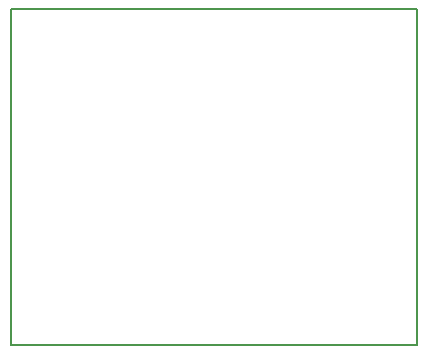
<source format=gko>
G04 DipTrace Beta 2.3.5.2*
%INBankWank.GKO*%
%MOIN*%
%ADD11C,0.0055*%
%FSLAX44Y44*%
G04*
G70*
G90*
G75*
G01*
%LNBoardOutline*%
%LPD*%
X230Y130D2*
D11*
Y11330D1*
X13750D1*
Y130D1*
X230D1*
M02*

</source>
